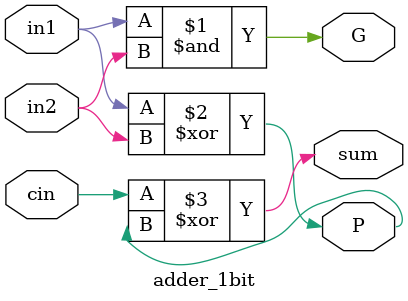
<source format=v>
module adder_1bit(in1, in2, cin, sum, G, P);

input in1, in2, cin;
output sum, P, G;


and and1(G, in1, in2);
xor xor1(P, in1, in2);
xor xor2(sum, cin, P);


endmodule
</source>
